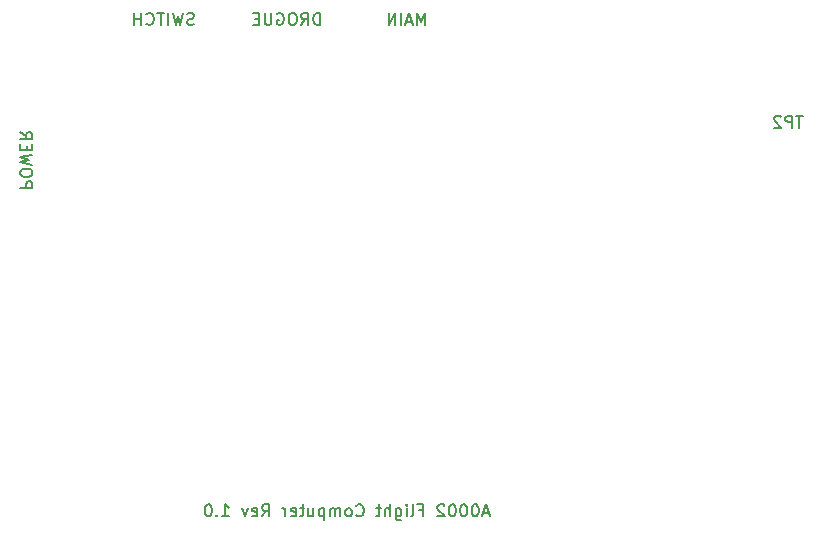
<source format=gbr>
%TF.GenerationSoftware,KiCad,Pcbnew,(6.0.7)*%
%TF.CreationDate,2022-09-16T08:47:36-07:00*%
%TF.ProjectId,Flight-Computer,466c6967-6874-42d4-936f-6d7075746572,1.0*%
%TF.SameCoordinates,Original*%
%TF.FileFunction,Legend,Bot*%
%TF.FilePolarity,Positive*%
%FSLAX46Y46*%
G04 Gerber Fmt 4.6, Leading zero omitted, Abs format (unit mm)*
G04 Created by KiCad (PCBNEW (6.0.7)) date 2022-09-16 08:47:36*
%MOMM*%
%LPD*%
G01*
G04 APERTURE LIST*
%ADD10C,0.150000*%
G04 APERTURE END LIST*
D10*
X116598095Y-58879619D02*
X116598095Y-57863619D01*
X116356190Y-57863619D01*
X116211047Y-57912000D01*
X116114285Y-58008761D01*
X116065904Y-58105523D01*
X116017523Y-58299047D01*
X116017523Y-58444190D01*
X116065904Y-58637714D01*
X116114285Y-58734476D01*
X116211047Y-58831238D01*
X116356190Y-58879619D01*
X116598095Y-58879619D01*
X115001523Y-58879619D02*
X115340190Y-58395809D01*
X115582095Y-58879619D02*
X115582095Y-57863619D01*
X115195047Y-57863619D01*
X115098285Y-57912000D01*
X115049904Y-57960380D01*
X115001523Y-58057142D01*
X115001523Y-58202285D01*
X115049904Y-58299047D01*
X115098285Y-58347428D01*
X115195047Y-58395809D01*
X115582095Y-58395809D01*
X114372571Y-57863619D02*
X114179047Y-57863619D01*
X114082285Y-57912000D01*
X113985523Y-58008761D01*
X113937142Y-58202285D01*
X113937142Y-58540952D01*
X113985523Y-58734476D01*
X114082285Y-58831238D01*
X114179047Y-58879619D01*
X114372571Y-58879619D01*
X114469333Y-58831238D01*
X114566095Y-58734476D01*
X114614476Y-58540952D01*
X114614476Y-58202285D01*
X114566095Y-58008761D01*
X114469333Y-57912000D01*
X114372571Y-57863619D01*
X112969523Y-57912000D02*
X113066285Y-57863619D01*
X113211428Y-57863619D01*
X113356571Y-57912000D01*
X113453333Y-58008761D01*
X113501714Y-58105523D01*
X113550095Y-58299047D01*
X113550095Y-58444190D01*
X113501714Y-58637714D01*
X113453333Y-58734476D01*
X113356571Y-58831238D01*
X113211428Y-58879619D01*
X113114666Y-58879619D01*
X112969523Y-58831238D01*
X112921142Y-58782857D01*
X112921142Y-58444190D01*
X113114666Y-58444190D01*
X112485714Y-57863619D02*
X112485714Y-58686095D01*
X112437333Y-58782857D01*
X112388952Y-58831238D01*
X112292190Y-58879619D01*
X112098666Y-58879619D01*
X112001904Y-58831238D01*
X111953523Y-58782857D01*
X111905142Y-58686095D01*
X111905142Y-57863619D01*
X111421333Y-58347428D02*
X111082666Y-58347428D01*
X110937523Y-58879619D02*
X111421333Y-58879619D01*
X111421333Y-57863619D01*
X110937523Y-57863619D01*
X125500190Y-58879619D02*
X125500190Y-57863619D01*
X125161523Y-58589333D01*
X124822857Y-57863619D01*
X124822857Y-58879619D01*
X124387428Y-58589333D02*
X123903619Y-58589333D01*
X124484190Y-58879619D02*
X124145523Y-57863619D01*
X123806857Y-58879619D01*
X123468190Y-58879619D02*
X123468190Y-57863619D01*
X122984380Y-58879619D02*
X122984380Y-57863619D01*
X122403809Y-58879619D01*
X122403809Y-57863619D01*
X105918000Y-58831238D02*
X105772857Y-58879619D01*
X105530952Y-58879619D01*
X105434190Y-58831238D01*
X105385809Y-58782857D01*
X105337428Y-58686095D01*
X105337428Y-58589333D01*
X105385809Y-58492571D01*
X105434190Y-58444190D01*
X105530952Y-58395809D01*
X105724476Y-58347428D01*
X105821238Y-58299047D01*
X105869619Y-58250666D01*
X105918000Y-58153904D01*
X105918000Y-58057142D01*
X105869619Y-57960380D01*
X105821238Y-57912000D01*
X105724476Y-57863619D01*
X105482571Y-57863619D01*
X105337428Y-57912000D01*
X104998761Y-57863619D02*
X104756857Y-58879619D01*
X104563333Y-58153904D01*
X104369809Y-58879619D01*
X104127904Y-57863619D01*
X103740857Y-58879619D02*
X103740857Y-57863619D01*
X103402190Y-57863619D02*
X102821619Y-57863619D01*
X103111904Y-58879619D02*
X103111904Y-57863619D01*
X101902380Y-58782857D02*
X101950761Y-58831238D01*
X102095904Y-58879619D01*
X102192666Y-58879619D01*
X102337809Y-58831238D01*
X102434571Y-58734476D01*
X102482952Y-58637714D01*
X102531333Y-58444190D01*
X102531333Y-58299047D01*
X102482952Y-58105523D01*
X102434571Y-58008761D01*
X102337809Y-57912000D01*
X102192666Y-57863619D01*
X102095904Y-57863619D01*
X101950761Y-57912000D01*
X101902380Y-57960380D01*
X101466952Y-58879619D02*
X101466952Y-57863619D01*
X101466952Y-58347428D02*
X100886380Y-58347428D01*
X100886380Y-58879619D02*
X100886380Y-57863619D01*
X130894666Y-100189453D02*
X130410857Y-100189453D01*
X130991428Y-100479739D02*
X130652761Y-99463739D01*
X130314095Y-100479739D01*
X129781904Y-99463739D02*
X129685142Y-99463739D01*
X129588380Y-99512120D01*
X129540000Y-99560500D01*
X129491619Y-99657262D01*
X129443238Y-99850786D01*
X129443238Y-100092691D01*
X129491619Y-100286215D01*
X129540000Y-100382977D01*
X129588380Y-100431358D01*
X129685142Y-100479739D01*
X129781904Y-100479739D01*
X129878666Y-100431358D01*
X129927047Y-100382977D01*
X129975428Y-100286215D01*
X130023809Y-100092691D01*
X130023809Y-99850786D01*
X129975428Y-99657262D01*
X129927047Y-99560500D01*
X129878666Y-99512120D01*
X129781904Y-99463739D01*
X128814285Y-99463739D02*
X128717523Y-99463739D01*
X128620761Y-99512120D01*
X128572380Y-99560500D01*
X128524000Y-99657262D01*
X128475619Y-99850786D01*
X128475619Y-100092691D01*
X128524000Y-100286215D01*
X128572380Y-100382977D01*
X128620761Y-100431358D01*
X128717523Y-100479739D01*
X128814285Y-100479739D01*
X128911047Y-100431358D01*
X128959428Y-100382977D01*
X129007809Y-100286215D01*
X129056190Y-100092691D01*
X129056190Y-99850786D01*
X129007809Y-99657262D01*
X128959428Y-99560500D01*
X128911047Y-99512120D01*
X128814285Y-99463739D01*
X127846666Y-99463739D02*
X127749904Y-99463739D01*
X127653142Y-99512120D01*
X127604761Y-99560500D01*
X127556380Y-99657262D01*
X127508000Y-99850786D01*
X127508000Y-100092691D01*
X127556380Y-100286215D01*
X127604761Y-100382977D01*
X127653142Y-100431358D01*
X127749904Y-100479739D01*
X127846666Y-100479739D01*
X127943428Y-100431358D01*
X127991809Y-100382977D01*
X128040190Y-100286215D01*
X128088571Y-100092691D01*
X128088571Y-99850786D01*
X128040190Y-99657262D01*
X127991809Y-99560500D01*
X127943428Y-99512120D01*
X127846666Y-99463739D01*
X127120952Y-99560500D02*
X127072571Y-99512120D01*
X126975809Y-99463739D01*
X126733904Y-99463739D01*
X126637142Y-99512120D01*
X126588761Y-99560500D01*
X126540380Y-99657262D01*
X126540380Y-99754024D01*
X126588761Y-99899167D01*
X127169333Y-100479739D01*
X126540380Y-100479739D01*
X124992190Y-99947548D02*
X125330857Y-99947548D01*
X125330857Y-100479739D02*
X125330857Y-99463739D01*
X124847047Y-99463739D01*
X124314857Y-100479739D02*
X124411619Y-100431358D01*
X124460000Y-100334596D01*
X124460000Y-99463739D01*
X123927809Y-100479739D02*
X123927809Y-99802405D01*
X123927809Y-99463739D02*
X123976190Y-99512120D01*
X123927809Y-99560500D01*
X123879428Y-99512120D01*
X123927809Y-99463739D01*
X123927809Y-99560500D01*
X123008571Y-99802405D02*
X123008571Y-100624881D01*
X123056952Y-100721643D01*
X123105333Y-100770024D01*
X123202095Y-100818405D01*
X123347238Y-100818405D01*
X123444000Y-100770024D01*
X123008571Y-100431358D02*
X123105333Y-100479739D01*
X123298857Y-100479739D01*
X123395619Y-100431358D01*
X123444000Y-100382977D01*
X123492380Y-100286215D01*
X123492380Y-99995929D01*
X123444000Y-99899167D01*
X123395619Y-99850786D01*
X123298857Y-99802405D01*
X123105333Y-99802405D01*
X123008571Y-99850786D01*
X122524761Y-100479739D02*
X122524761Y-99463739D01*
X122089333Y-100479739D02*
X122089333Y-99947548D01*
X122137714Y-99850786D01*
X122234476Y-99802405D01*
X122379619Y-99802405D01*
X122476380Y-99850786D01*
X122524761Y-99899167D01*
X121750666Y-99802405D02*
X121363619Y-99802405D01*
X121605523Y-99463739D02*
X121605523Y-100334596D01*
X121557142Y-100431358D01*
X121460380Y-100479739D01*
X121363619Y-100479739D01*
X119670285Y-100382977D02*
X119718666Y-100431358D01*
X119863809Y-100479739D01*
X119960571Y-100479739D01*
X120105714Y-100431358D01*
X120202476Y-100334596D01*
X120250857Y-100237834D01*
X120299238Y-100044310D01*
X120299238Y-99899167D01*
X120250857Y-99705643D01*
X120202476Y-99608881D01*
X120105714Y-99512120D01*
X119960571Y-99463739D01*
X119863809Y-99463739D01*
X119718666Y-99512120D01*
X119670285Y-99560500D01*
X119089714Y-100479739D02*
X119186476Y-100431358D01*
X119234857Y-100382977D01*
X119283238Y-100286215D01*
X119283238Y-99995929D01*
X119234857Y-99899167D01*
X119186476Y-99850786D01*
X119089714Y-99802405D01*
X118944571Y-99802405D01*
X118847809Y-99850786D01*
X118799428Y-99899167D01*
X118751047Y-99995929D01*
X118751047Y-100286215D01*
X118799428Y-100382977D01*
X118847809Y-100431358D01*
X118944571Y-100479739D01*
X119089714Y-100479739D01*
X118315619Y-100479739D02*
X118315619Y-99802405D01*
X118315619Y-99899167D02*
X118267238Y-99850786D01*
X118170476Y-99802405D01*
X118025333Y-99802405D01*
X117928571Y-99850786D01*
X117880190Y-99947548D01*
X117880190Y-100479739D01*
X117880190Y-99947548D02*
X117831809Y-99850786D01*
X117735047Y-99802405D01*
X117589904Y-99802405D01*
X117493142Y-99850786D01*
X117444761Y-99947548D01*
X117444761Y-100479739D01*
X116960952Y-99802405D02*
X116960952Y-100818405D01*
X116960952Y-99850786D02*
X116864190Y-99802405D01*
X116670666Y-99802405D01*
X116573904Y-99850786D01*
X116525523Y-99899167D01*
X116477142Y-99995929D01*
X116477142Y-100286215D01*
X116525523Y-100382977D01*
X116573904Y-100431358D01*
X116670666Y-100479739D01*
X116864190Y-100479739D01*
X116960952Y-100431358D01*
X115606285Y-99802405D02*
X115606285Y-100479739D01*
X116041714Y-99802405D02*
X116041714Y-100334596D01*
X115993333Y-100431358D01*
X115896571Y-100479739D01*
X115751428Y-100479739D01*
X115654666Y-100431358D01*
X115606285Y-100382977D01*
X115267619Y-99802405D02*
X114880571Y-99802405D01*
X115122476Y-99463739D02*
X115122476Y-100334596D01*
X115074095Y-100431358D01*
X114977333Y-100479739D01*
X114880571Y-100479739D01*
X114154857Y-100431358D02*
X114251619Y-100479739D01*
X114445142Y-100479739D01*
X114541904Y-100431358D01*
X114590285Y-100334596D01*
X114590285Y-99947548D01*
X114541904Y-99850786D01*
X114445142Y-99802405D01*
X114251619Y-99802405D01*
X114154857Y-99850786D01*
X114106476Y-99947548D01*
X114106476Y-100044310D01*
X114590285Y-100141072D01*
X113671047Y-100479739D02*
X113671047Y-99802405D01*
X113671047Y-99995929D02*
X113622666Y-99899167D01*
X113574285Y-99850786D01*
X113477523Y-99802405D01*
X113380761Y-99802405D01*
X111687428Y-100479739D02*
X112026095Y-99995929D01*
X112268000Y-100479739D02*
X112268000Y-99463739D01*
X111880952Y-99463739D01*
X111784190Y-99512120D01*
X111735809Y-99560500D01*
X111687428Y-99657262D01*
X111687428Y-99802405D01*
X111735809Y-99899167D01*
X111784190Y-99947548D01*
X111880952Y-99995929D01*
X112268000Y-99995929D01*
X110864952Y-100431358D02*
X110961714Y-100479739D01*
X111155238Y-100479739D01*
X111252000Y-100431358D01*
X111300380Y-100334596D01*
X111300380Y-99947548D01*
X111252000Y-99850786D01*
X111155238Y-99802405D01*
X110961714Y-99802405D01*
X110864952Y-99850786D01*
X110816571Y-99947548D01*
X110816571Y-100044310D01*
X111300380Y-100141072D01*
X110477904Y-99802405D02*
X110236000Y-100479739D01*
X109994095Y-99802405D01*
X108300761Y-100479739D02*
X108881333Y-100479739D01*
X108591047Y-100479739D02*
X108591047Y-99463739D01*
X108687809Y-99608881D01*
X108784571Y-99705643D01*
X108881333Y-99754024D01*
X107865333Y-100382977D02*
X107816952Y-100431358D01*
X107865333Y-100479739D01*
X107913714Y-100431358D01*
X107865333Y-100382977D01*
X107865333Y-100479739D01*
X107188000Y-99463739D02*
X107091238Y-99463739D01*
X106994476Y-99512120D01*
X106946095Y-99560500D01*
X106897714Y-99657262D01*
X106849333Y-99850786D01*
X106849333Y-100092691D01*
X106897714Y-100286215D01*
X106946095Y-100382977D01*
X106994476Y-100431358D01*
X107091238Y-100479739D01*
X107188000Y-100479739D01*
X107284761Y-100431358D01*
X107333142Y-100382977D01*
X107381523Y-100286215D01*
X107429904Y-100092691D01*
X107429904Y-99850786D01*
X107381523Y-99657262D01*
X107333142Y-99560500D01*
X107284761Y-99512120D01*
X107188000Y-99463739D01*
X91234380Y-72704476D02*
X92250380Y-72704476D01*
X92250380Y-72317428D01*
X92202000Y-72220666D01*
X92153619Y-72172285D01*
X92056857Y-72123904D01*
X91911714Y-72123904D01*
X91814952Y-72172285D01*
X91766571Y-72220666D01*
X91718190Y-72317428D01*
X91718190Y-72704476D01*
X92250380Y-71494952D02*
X92250380Y-71301428D01*
X92202000Y-71204666D01*
X92105238Y-71107904D01*
X91911714Y-71059523D01*
X91573047Y-71059523D01*
X91379523Y-71107904D01*
X91282761Y-71204666D01*
X91234380Y-71301428D01*
X91234380Y-71494952D01*
X91282761Y-71591714D01*
X91379523Y-71688476D01*
X91573047Y-71736857D01*
X91911714Y-71736857D01*
X92105238Y-71688476D01*
X92202000Y-71591714D01*
X92250380Y-71494952D01*
X92250380Y-70720857D02*
X91234380Y-70478952D01*
X91960095Y-70285428D01*
X91234380Y-70091904D01*
X92250380Y-69850000D01*
X91766571Y-69462952D02*
X91766571Y-69124285D01*
X91234380Y-68979142D02*
X91234380Y-69462952D01*
X92250380Y-69462952D01*
X92250380Y-68979142D01*
X91234380Y-67963142D02*
X91718190Y-68301809D01*
X91234380Y-68543714D02*
X92250380Y-68543714D01*
X92250380Y-68156666D01*
X92202000Y-68059904D01*
X92153619Y-68011523D01*
X92056857Y-67963142D01*
X91911714Y-67963142D01*
X91814952Y-68011523D01*
X91766571Y-68059904D01*
X91718190Y-68156666D01*
X91718190Y-68543714D01*
%TO.C,TP2*%
X157471904Y-66559180D02*
X156900476Y-66559180D01*
X157186190Y-67559180D02*
X157186190Y-66559180D01*
X156567142Y-67559180D02*
X156567142Y-66559180D01*
X156186190Y-66559180D01*
X156090952Y-66606800D01*
X156043333Y-66654419D01*
X155995714Y-66749657D01*
X155995714Y-66892514D01*
X156043333Y-66987752D01*
X156090952Y-67035371D01*
X156186190Y-67082990D01*
X156567142Y-67082990D01*
X155614761Y-66654419D02*
X155567142Y-66606800D01*
X155471904Y-66559180D01*
X155233809Y-66559180D01*
X155138571Y-66606800D01*
X155090952Y-66654419D01*
X155043333Y-66749657D01*
X155043333Y-66844895D01*
X155090952Y-66987752D01*
X155662380Y-67559180D01*
X155043333Y-67559180D01*
%TD*%
M02*

</source>
